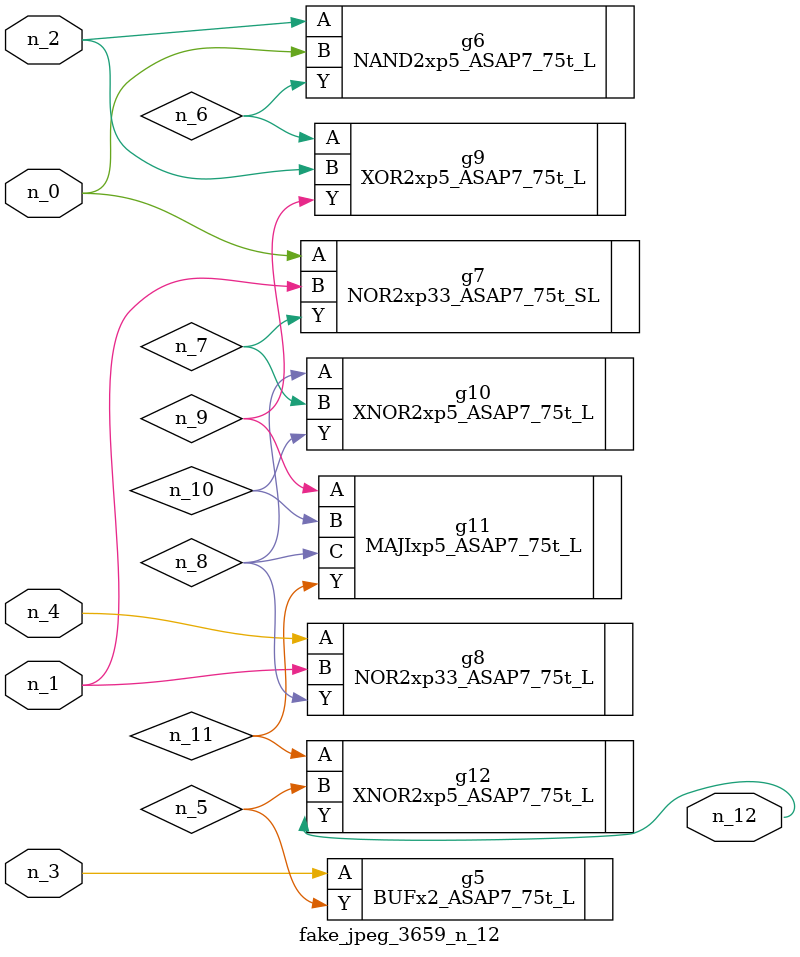
<source format=v>
module fake_jpeg_3659_n_12 (n_3, n_2, n_1, n_0, n_4, n_12);

input n_3;
input n_2;
input n_1;
input n_0;
input n_4;

output n_12;

wire n_11;
wire n_10;
wire n_8;
wire n_9;
wire n_6;
wire n_5;
wire n_7;

BUFx2_ASAP7_75t_L g5 ( 
.A(n_3),
.Y(n_5)
);

NAND2xp5_ASAP7_75t_L g6 ( 
.A(n_2),
.B(n_0),
.Y(n_6)
);

NOR2xp33_ASAP7_75t_SL g7 ( 
.A(n_0),
.B(n_1),
.Y(n_7)
);

NOR2xp33_ASAP7_75t_L g8 ( 
.A(n_4),
.B(n_1),
.Y(n_8)
);

XOR2xp5_ASAP7_75t_L g9 ( 
.A(n_6),
.B(n_2),
.Y(n_9)
);

MAJIxp5_ASAP7_75t_L g11 ( 
.A(n_9),
.B(n_10),
.C(n_8),
.Y(n_11)
);

XNOR2xp5_ASAP7_75t_L g10 ( 
.A(n_8),
.B(n_7),
.Y(n_10)
);

XNOR2xp5_ASAP7_75t_L g12 ( 
.A(n_11),
.B(n_5),
.Y(n_12)
);


endmodule
</source>
